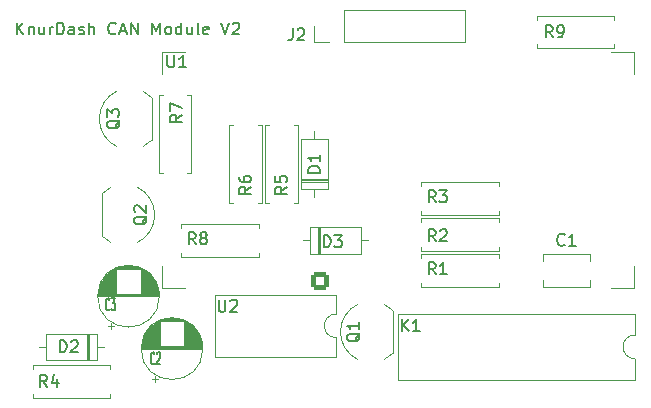
<source format=gbr>
G04 #@! TF.GenerationSoftware,KiCad,Pcbnew,9.0.0*
G04 #@! TF.CreationDate,2025-04-22T10:43:32+02:00*
G04 #@! TF.ProjectId,KnurCAN_V2,4b6e7572-4341-44e5-9f56-322e6b696361,rev?*
G04 #@! TF.SameCoordinates,Original*
G04 #@! TF.FileFunction,Legend,Top*
G04 #@! TF.FilePolarity,Positive*
%FSLAX46Y46*%
G04 Gerber Fmt 4.6, Leading zero omitted, Abs format (unit mm)*
G04 Created by KiCad (PCBNEW 9.0.0) date 2025-04-22 10:43:33*
%MOMM*%
%LPD*%
G01*
G04 APERTURE LIST*
G04 Aperture macros list*
%AMRoundRect*
0 Rectangle with rounded corners*
0 $1 Rounding radius*
0 $2 $3 $4 $5 $6 $7 $8 $9 X,Y pos of 4 corners*
0 Add a 4 corners polygon primitive as box body*
4,1,4,$2,$3,$4,$5,$6,$7,$8,$9,$2,$3,0*
0 Add four circle primitives for the rounded corners*
1,1,$1+$1,$2,$3*
1,1,$1+$1,$4,$5*
1,1,$1+$1,$6,$7*
1,1,$1+$1,$8,$9*
0 Add four rect primitives between the rounded corners*
20,1,$1+$1,$2,$3,$4,$5,0*
20,1,$1+$1,$4,$5,$6,$7,0*
20,1,$1+$1,$6,$7,$8,$9,0*
20,1,$1+$1,$8,$9,$2,$3,0*%
%AMOutline5P*
0 Free polygon, 5 corners , with rotation*
0 The origin of the aperture is its center*
0 number of corners: always 5*
0 $1 to $10 corner X, Y*
0 $11 Rotation angle, in degrees counterclockwise*
0 create outline with 5 corners*
4,1,5,$1,$2,$3,$4,$5,$6,$7,$8,$9,$10,$1,$2,$11*%
%AMOutline6P*
0 Free polygon, 6 corners , with rotation*
0 The origin of the aperture is its center*
0 number of corners: always 6*
0 $1 to $12 corner X, Y*
0 $13 Rotation angle, in degrees counterclockwise*
0 create outline with 6 corners*
4,1,6,$1,$2,$3,$4,$5,$6,$7,$8,$9,$10,$11,$12,$1,$2,$13*%
%AMOutline7P*
0 Free polygon, 7 corners , with rotation*
0 The origin of the aperture is its center*
0 number of corners: always 7*
0 $1 to $14 corner X, Y*
0 $15 Rotation angle, in degrees counterclockwise*
0 create outline with 7 corners*
4,1,7,$1,$2,$3,$4,$5,$6,$7,$8,$9,$10,$11,$12,$13,$14,$1,$2,$15*%
%AMOutline8P*
0 Free polygon, 8 corners , with rotation*
0 The origin of the aperture is its center*
0 number of corners: always 8*
0 $1 to $16 corner X, Y*
0 $17 Rotation angle, in degrees counterclockwise*
0 create outline with 8 corners*
4,1,8,$1,$2,$3,$4,$5,$6,$7,$8,$9,$10,$11,$12,$13,$14,$15,$16,$1,$2,$17*%
G04 Aperture macros list end*
%ADD10C,0.200000*%
%ADD11C,0.150000*%
%ADD12C,0.127000*%
%ADD13C,0.120000*%
%ADD14C,1.600000*%
%ADD15O,1.600000X1.600000*%
%ADD16R,1.500000X1.500000*%
%ADD17C,1.500000*%
%ADD18R,1.700000X1.700000*%
%ADD19O,1.700000X1.700000*%
%ADD20R,1.600000X1.600000*%
%ADD21RoundRect,0.250000X-0.550000X0.550000X-0.550000X-0.550000X0.550000X-0.550000X0.550000X0.550000X0*%
%ADD22Outline8P,-1.600000X0.800000X-0.800000X1.600000X0.800000X1.600000X1.600000X0.800000X1.600000X-0.800000X0.800000X-1.600000X-0.800000X-1.600000X-1.600000X-0.800000X135.000000*%
%ADD23R,2.000000X2.000000*%
%ADD24O,2.000000X2.000000*%
%ADD25R,2.000000X1.700000*%
%ADD26O,2.000000X1.700000*%
G04 APERTURE END LIST*
D10*
X49969673Y-67267219D02*
X49969673Y-66267219D01*
X50541101Y-67267219D02*
X50112530Y-66695790D01*
X50541101Y-66267219D02*
X49969673Y-66838647D01*
X50969673Y-66600552D02*
X50969673Y-67267219D01*
X50969673Y-66695790D02*
X51017292Y-66648171D01*
X51017292Y-66648171D02*
X51112530Y-66600552D01*
X51112530Y-66600552D02*
X51255387Y-66600552D01*
X51255387Y-66600552D02*
X51350625Y-66648171D01*
X51350625Y-66648171D02*
X51398244Y-66743409D01*
X51398244Y-66743409D02*
X51398244Y-67267219D01*
X52303006Y-66600552D02*
X52303006Y-67267219D01*
X51874435Y-66600552D02*
X51874435Y-67124361D01*
X51874435Y-67124361D02*
X51922054Y-67219600D01*
X51922054Y-67219600D02*
X52017292Y-67267219D01*
X52017292Y-67267219D02*
X52160149Y-67267219D01*
X52160149Y-67267219D02*
X52255387Y-67219600D01*
X52255387Y-67219600D02*
X52303006Y-67171980D01*
X52779197Y-67267219D02*
X52779197Y-66600552D01*
X52779197Y-66791028D02*
X52826816Y-66695790D01*
X52826816Y-66695790D02*
X52874435Y-66648171D01*
X52874435Y-66648171D02*
X52969673Y-66600552D01*
X52969673Y-66600552D02*
X53064911Y-66600552D01*
X53398245Y-67267219D02*
X53398245Y-66267219D01*
X53398245Y-66267219D02*
X53636340Y-66267219D01*
X53636340Y-66267219D02*
X53779197Y-66314838D01*
X53779197Y-66314838D02*
X53874435Y-66410076D01*
X53874435Y-66410076D02*
X53922054Y-66505314D01*
X53922054Y-66505314D02*
X53969673Y-66695790D01*
X53969673Y-66695790D02*
X53969673Y-66838647D01*
X53969673Y-66838647D02*
X53922054Y-67029123D01*
X53922054Y-67029123D02*
X53874435Y-67124361D01*
X53874435Y-67124361D02*
X53779197Y-67219600D01*
X53779197Y-67219600D02*
X53636340Y-67267219D01*
X53636340Y-67267219D02*
X53398245Y-67267219D01*
X54826816Y-67267219D02*
X54826816Y-66743409D01*
X54826816Y-66743409D02*
X54779197Y-66648171D01*
X54779197Y-66648171D02*
X54683959Y-66600552D01*
X54683959Y-66600552D02*
X54493483Y-66600552D01*
X54493483Y-66600552D02*
X54398245Y-66648171D01*
X54826816Y-67219600D02*
X54731578Y-67267219D01*
X54731578Y-67267219D02*
X54493483Y-67267219D01*
X54493483Y-67267219D02*
X54398245Y-67219600D01*
X54398245Y-67219600D02*
X54350626Y-67124361D01*
X54350626Y-67124361D02*
X54350626Y-67029123D01*
X54350626Y-67029123D02*
X54398245Y-66933885D01*
X54398245Y-66933885D02*
X54493483Y-66886266D01*
X54493483Y-66886266D02*
X54731578Y-66886266D01*
X54731578Y-66886266D02*
X54826816Y-66838647D01*
X55255388Y-67219600D02*
X55350626Y-67267219D01*
X55350626Y-67267219D02*
X55541102Y-67267219D01*
X55541102Y-67267219D02*
X55636340Y-67219600D01*
X55636340Y-67219600D02*
X55683959Y-67124361D01*
X55683959Y-67124361D02*
X55683959Y-67076742D01*
X55683959Y-67076742D02*
X55636340Y-66981504D01*
X55636340Y-66981504D02*
X55541102Y-66933885D01*
X55541102Y-66933885D02*
X55398245Y-66933885D01*
X55398245Y-66933885D02*
X55303007Y-66886266D01*
X55303007Y-66886266D02*
X55255388Y-66791028D01*
X55255388Y-66791028D02*
X55255388Y-66743409D01*
X55255388Y-66743409D02*
X55303007Y-66648171D01*
X55303007Y-66648171D02*
X55398245Y-66600552D01*
X55398245Y-66600552D02*
X55541102Y-66600552D01*
X55541102Y-66600552D02*
X55636340Y-66648171D01*
X56112531Y-67267219D02*
X56112531Y-66267219D01*
X56541102Y-67267219D02*
X56541102Y-66743409D01*
X56541102Y-66743409D02*
X56493483Y-66648171D01*
X56493483Y-66648171D02*
X56398245Y-66600552D01*
X56398245Y-66600552D02*
X56255388Y-66600552D01*
X56255388Y-66600552D02*
X56160150Y-66648171D01*
X56160150Y-66648171D02*
X56112531Y-66695790D01*
X58350626Y-67171980D02*
X58303007Y-67219600D01*
X58303007Y-67219600D02*
X58160150Y-67267219D01*
X58160150Y-67267219D02*
X58064912Y-67267219D01*
X58064912Y-67267219D02*
X57922055Y-67219600D01*
X57922055Y-67219600D02*
X57826817Y-67124361D01*
X57826817Y-67124361D02*
X57779198Y-67029123D01*
X57779198Y-67029123D02*
X57731579Y-66838647D01*
X57731579Y-66838647D02*
X57731579Y-66695790D01*
X57731579Y-66695790D02*
X57779198Y-66505314D01*
X57779198Y-66505314D02*
X57826817Y-66410076D01*
X57826817Y-66410076D02*
X57922055Y-66314838D01*
X57922055Y-66314838D02*
X58064912Y-66267219D01*
X58064912Y-66267219D02*
X58160150Y-66267219D01*
X58160150Y-66267219D02*
X58303007Y-66314838D01*
X58303007Y-66314838D02*
X58350626Y-66362457D01*
X58731579Y-66981504D02*
X59207769Y-66981504D01*
X58636341Y-67267219D02*
X58969674Y-66267219D01*
X58969674Y-66267219D02*
X59303007Y-67267219D01*
X59636341Y-67267219D02*
X59636341Y-66267219D01*
X59636341Y-66267219D02*
X60207769Y-67267219D01*
X60207769Y-67267219D02*
X60207769Y-66267219D01*
X61445865Y-67267219D02*
X61445865Y-66267219D01*
X61445865Y-66267219D02*
X61779198Y-66981504D01*
X61779198Y-66981504D02*
X62112531Y-66267219D01*
X62112531Y-66267219D02*
X62112531Y-67267219D01*
X62731579Y-67267219D02*
X62636341Y-67219600D01*
X62636341Y-67219600D02*
X62588722Y-67171980D01*
X62588722Y-67171980D02*
X62541103Y-67076742D01*
X62541103Y-67076742D02*
X62541103Y-66791028D01*
X62541103Y-66791028D02*
X62588722Y-66695790D01*
X62588722Y-66695790D02*
X62636341Y-66648171D01*
X62636341Y-66648171D02*
X62731579Y-66600552D01*
X62731579Y-66600552D02*
X62874436Y-66600552D01*
X62874436Y-66600552D02*
X62969674Y-66648171D01*
X62969674Y-66648171D02*
X63017293Y-66695790D01*
X63017293Y-66695790D02*
X63064912Y-66791028D01*
X63064912Y-66791028D02*
X63064912Y-67076742D01*
X63064912Y-67076742D02*
X63017293Y-67171980D01*
X63017293Y-67171980D02*
X62969674Y-67219600D01*
X62969674Y-67219600D02*
X62874436Y-67267219D01*
X62874436Y-67267219D02*
X62731579Y-67267219D01*
X63922055Y-67267219D02*
X63922055Y-66267219D01*
X63922055Y-67219600D02*
X63826817Y-67267219D01*
X63826817Y-67267219D02*
X63636341Y-67267219D01*
X63636341Y-67267219D02*
X63541103Y-67219600D01*
X63541103Y-67219600D02*
X63493484Y-67171980D01*
X63493484Y-67171980D02*
X63445865Y-67076742D01*
X63445865Y-67076742D02*
X63445865Y-66791028D01*
X63445865Y-66791028D02*
X63493484Y-66695790D01*
X63493484Y-66695790D02*
X63541103Y-66648171D01*
X63541103Y-66648171D02*
X63636341Y-66600552D01*
X63636341Y-66600552D02*
X63826817Y-66600552D01*
X63826817Y-66600552D02*
X63922055Y-66648171D01*
X64826817Y-66600552D02*
X64826817Y-67267219D01*
X64398246Y-66600552D02*
X64398246Y-67124361D01*
X64398246Y-67124361D02*
X64445865Y-67219600D01*
X64445865Y-67219600D02*
X64541103Y-67267219D01*
X64541103Y-67267219D02*
X64683960Y-67267219D01*
X64683960Y-67267219D02*
X64779198Y-67219600D01*
X64779198Y-67219600D02*
X64826817Y-67171980D01*
X65445865Y-67267219D02*
X65350627Y-67219600D01*
X65350627Y-67219600D02*
X65303008Y-67124361D01*
X65303008Y-67124361D02*
X65303008Y-66267219D01*
X66207770Y-67219600D02*
X66112532Y-67267219D01*
X66112532Y-67267219D02*
X65922056Y-67267219D01*
X65922056Y-67267219D02*
X65826818Y-67219600D01*
X65826818Y-67219600D02*
X65779199Y-67124361D01*
X65779199Y-67124361D02*
X65779199Y-66743409D01*
X65779199Y-66743409D02*
X65826818Y-66648171D01*
X65826818Y-66648171D02*
X65922056Y-66600552D01*
X65922056Y-66600552D02*
X66112532Y-66600552D01*
X66112532Y-66600552D02*
X66207770Y-66648171D01*
X66207770Y-66648171D02*
X66255389Y-66743409D01*
X66255389Y-66743409D02*
X66255389Y-66838647D01*
X66255389Y-66838647D02*
X65779199Y-66933885D01*
X67303009Y-66267219D02*
X67636342Y-67267219D01*
X67636342Y-67267219D02*
X67969675Y-66267219D01*
X68255390Y-66362457D02*
X68303009Y-66314838D01*
X68303009Y-66314838D02*
X68398247Y-66267219D01*
X68398247Y-66267219D02*
X68636342Y-66267219D01*
X68636342Y-66267219D02*
X68731580Y-66314838D01*
X68731580Y-66314838D02*
X68779199Y-66362457D01*
X68779199Y-66362457D02*
X68826818Y-66457695D01*
X68826818Y-66457695D02*
X68826818Y-66552933D01*
X68826818Y-66552933D02*
X68779199Y-66695790D01*
X68779199Y-66695790D02*
X68207771Y-67267219D01*
X68207771Y-67267219D02*
X68826818Y-67267219D01*
D11*
X85431333Y-84782819D02*
X85098000Y-84306628D01*
X84859905Y-84782819D02*
X84859905Y-83782819D01*
X84859905Y-83782819D02*
X85240857Y-83782819D01*
X85240857Y-83782819D02*
X85336095Y-83830438D01*
X85336095Y-83830438D02*
X85383714Y-83878057D01*
X85383714Y-83878057D02*
X85431333Y-83973295D01*
X85431333Y-83973295D02*
X85431333Y-84116152D01*
X85431333Y-84116152D02*
X85383714Y-84211390D01*
X85383714Y-84211390D02*
X85336095Y-84259009D01*
X85336095Y-84259009D02*
X85240857Y-84306628D01*
X85240857Y-84306628D02*
X84859905Y-84306628D01*
X85812286Y-83878057D02*
X85859905Y-83830438D01*
X85859905Y-83830438D02*
X85955143Y-83782819D01*
X85955143Y-83782819D02*
X86193238Y-83782819D01*
X86193238Y-83782819D02*
X86288476Y-83830438D01*
X86288476Y-83830438D02*
X86336095Y-83878057D01*
X86336095Y-83878057D02*
X86383714Y-83973295D01*
X86383714Y-83973295D02*
X86383714Y-84068533D01*
X86383714Y-84068533D02*
X86336095Y-84211390D01*
X86336095Y-84211390D02*
X85764667Y-84782819D01*
X85764667Y-84782819D02*
X86383714Y-84782819D01*
X85431333Y-87576819D02*
X85098000Y-87100628D01*
X84859905Y-87576819D02*
X84859905Y-86576819D01*
X84859905Y-86576819D02*
X85240857Y-86576819D01*
X85240857Y-86576819D02*
X85336095Y-86624438D01*
X85336095Y-86624438D02*
X85383714Y-86672057D01*
X85383714Y-86672057D02*
X85431333Y-86767295D01*
X85431333Y-86767295D02*
X85431333Y-86910152D01*
X85431333Y-86910152D02*
X85383714Y-87005390D01*
X85383714Y-87005390D02*
X85336095Y-87053009D01*
X85336095Y-87053009D02*
X85240857Y-87100628D01*
X85240857Y-87100628D02*
X84859905Y-87100628D01*
X86383714Y-87576819D02*
X85812286Y-87576819D01*
X86098000Y-87576819D02*
X86098000Y-86576819D01*
X86098000Y-86576819D02*
X86002762Y-86719676D01*
X86002762Y-86719676D02*
X85907524Y-86814914D01*
X85907524Y-86814914D02*
X85812286Y-86862533D01*
X58716057Y-74517238D02*
X58668438Y-74612476D01*
X58668438Y-74612476D02*
X58573200Y-74707714D01*
X58573200Y-74707714D02*
X58430342Y-74850571D01*
X58430342Y-74850571D02*
X58382723Y-74945809D01*
X58382723Y-74945809D02*
X58382723Y-75041047D01*
X58620819Y-74993428D02*
X58573200Y-75088666D01*
X58573200Y-75088666D02*
X58477961Y-75183904D01*
X58477961Y-75183904D02*
X58287485Y-75231523D01*
X58287485Y-75231523D02*
X57954152Y-75231523D01*
X57954152Y-75231523D02*
X57763676Y-75183904D01*
X57763676Y-75183904D02*
X57668438Y-75088666D01*
X57668438Y-75088666D02*
X57620819Y-74993428D01*
X57620819Y-74993428D02*
X57620819Y-74802952D01*
X57620819Y-74802952D02*
X57668438Y-74707714D01*
X57668438Y-74707714D02*
X57763676Y-74612476D01*
X57763676Y-74612476D02*
X57954152Y-74564857D01*
X57954152Y-74564857D02*
X58287485Y-74564857D01*
X58287485Y-74564857D02*
X58477961Y-74612476D01*
X58477961Y-74612476D02*
X58573200Y-74707714D01*
X58573200Y-74707714D02*
X58620819Y-74802952D01*
X58620819Y-74802952D02*
X58620819Y-74993428D01*
X57620819Y-74231523D02*
X57620819Y-73612476D01*
X57620819Y-73612476D02*
X58001771Y-73945809D01*
X58001771Y-73945809D02*
X58001771Y-73802952D01*
X58001771Y-73802952D02*
X58049390Y-73707714D01*
X58049390Y-73707714D02*
X58097009Y-73660095D01*
X58097009Y-73660095D02*
X58192247Y-73612476D01*
X58192247Y-73612476D02*
X58430342Y-73612476D01*
X58430342Y-73612476D02*
X58525580Y-73660095D01*
X58525580Y-73660095D02*
X58573200Y-73707714D01*
X58573200Y-73707714D02*
X58620819Y-73802952D01*
X58620819Y-73802952D02*
X58620819Y-74088666D01*
X58620819Y-74088666D02*
X58573200Y-74183904D01*
X58573200Y-74183904D02*
X58525580Y-74231523D01*
X73326666Y-66764819D02*
X73326666Y-67479104D01*
X73326666Y-67479104D02*
X73279047Y-67621961D01*
X73279047Y-67621961D02*
X73183809Y-67717200D01*
X73183809Y-67717200D02*
X73040952Y-67764819D01*
X73040952Y-67764819D02*
X72945714Y-67764819D01*
X73755238Y-66860057D02*
X73802857Y-66812438D01*
X73802857Y-66812438D02*
X73898095Y-66764819D01*
X73898095Y-66764819D02*
X74136190Y-66764819D01*
X74136190Y-66764819D02*
X74231428Y-66812438D01*
X74231428Y-66812438D02*
X74279047Y-66860057D01*
X74279047Y-66860057D02*
X74326666Y-66955295D01*
X74326666Y-66955295D02*
X74326666Y-67050533D01*
X74326666Y-67050533D02*
X74279047Y-67193390D01*
X74279047Y-67193390D02*
X73707619Y-67764819D01*
X73707619Y-67764819D02*
X74326666Y-67764819D01*
X52538333Y-97101819D02*
X52205000Y-96625628D01*
X51966905Y-97101819D02*
X51966905Y-96101819D01*
X51966905Y-96101819D02*
X52347857Y-96101819D01*
X52347857Y-96101819D02*
X52443095Y-96149438D01*
X52443095Y-96149438D02*
X52490714Y-96197057D01*
X52490714Y-96197057D02*
X52538333Y-96292295D01*
X52538333Y-96292295D02*
X52538333Y-96435152D01*
X52538333Y-96435152D02*
X52490714Y-96530390D01*
X52490714Y-96530390D02*
X52443095Y-96578009D01*
X52443095Y-96578009D02*
X52347857Y-96625628D01*
X52347857Y-96625628D02*
X51966905Y-96625628D01*
X53395476Y-96435152D02*
X53395476Y-97101819D01*
X53157381Y-96054200D02*
X52919286Y-96768485D01*
X52919286Y-96768485D02*
X53538333Y-96768485D01*
D12*
X57827333Y-90530776D02*
X57803142Y-90578396D01*
X57803142Y-90578396D02*
X57730571Y-90626015D01*
X57730571Y-90626015D02*
X57682190Y-90626015D01*
X57682190Y-90626015D02*
X57609618Y-90578396D01*
X57609618Y-90578396D02*
X57561237Y-90483157D01*
X57561237Y-90483157D02*
X57537047Y-90387919D01*
X57537047Y-90387919D02*
X57512856Y-90197443D01*
X57512856Y-90197443D02*
X57512856Y-90054586D01*
X57512856Y-90054586D02*
X57537047Y-89864110D01*
X57537047Y-89864110D02*
X57561237Y-89768872D01*
X57561237Y-89768872D02*
X57609618Y-89673634D01*
X57609618Y-89673634D02*
X57682190Y-89626015D01*
X57682190Y-89626015D02*
X57730571Y-89626015D01*
X57730571Y-89626015D02*
X57803142Y-89673634D01*
X57803142Y-89673634D02*
X57827333Y-89721253D01*
X57996666Y-89626015D02*
X58311142Y-89626015D01*
X58311142Y-89626015D02*
X58141809Y-90006967D01*
X58141809Y-90006967D02*
X58214380Y-90006967D01*
X58214380Y-90006967D02*
X58262761Y-90054586D01*
X58262761Y-90054586D02*
X58286952Y-90102205D01*
X58286952Y-90102205D02*
X58311142Y-90197443D01*
X58311142Y-90197443D02*
X58311142Y-90435538D01*
X58311142Y-90435538D02*
X58286952Y-90530776D01*
X58286952Y-90530776D02*
X58262761Y-90578396D01*
X58262761Y-90578396D02*
X58214380Y-90626015D01*
X58214380Y-90626015D02*
X58069237Y-90626015D01*
X58069237Y-90626015D02*
X58020856Y-90578396D01*
X58020856Y-90578396D02*
X57996666Y-90530776D01*
D11*
X67063095Y-89746819D02*
X67063095Y-90556342D01*
X67063095Y-90556342D02*
X67110714Y-90651580D01*
X67110714Y-90651580D02*
X67158333Y-90699200D01*
X67158333Y-90699200D02*
X67253571Y-90746819D01*
X67253571Y-90746819D02*
X67444047Y-90746819D01*
X67444047Y-90746819D02*
X67539285Y-90699200D01*
X67539285Y-90699200D02*
X67586904Y-90651580D01*
X67586904Y-90651580D02*
X67634523Y-90556342D01*
X67634523Y-90556342D02*
X67634523Y-89746819D01*
X68063095Y-89842057D02*
X68110714Y-89794438D01*
X68110714Y-89794438D02*
X68205952Y-89746819D01*
X68205952Y-89746819D02*
X68444047Y-89746819D01*
X68444047Y-89746819D02*
X68539285Y-89794438D01*
X68539285Y-89794438D02*
X68586904Y-89842057D01*
X68586904Y-89842057D02*
X68634523Y-89937295D01*
X68634523Y-89937295D02*
X68634523Y-90032533D01*
X68634523Y-90032533D02*
X68586904Y-90175390D01*
X68586904Y-90175390D02*
X68015476Y-90746819D01*
X68015476Y-90746819D02*
X68634523Y-90746819D01*
X53617905Y-94180819D02*
X53617905Y-93180819D01*
X53617905Y-93180819D02*
X53856000Y-93180819D01*
X53856000Y-93180819D02*
X53998857Y-93228438D01*
X53998857Y-93228438D02*
X54094095Y-93323676D01*
X54094095Y-93323676D02*
X54141714Y-93418914D01*
X54141714Y-93418914D02*
X54189333Y-93609390D01*
X54189333Y-93609390D02*
X54189333Y-93752247D01*
X54189333Y-93752247D02*
X54141714Y-93942723D01*
X54141714Y-93942723D02*
X54094095Y-94037961D01*
X54094095Y-94037961D02*
X53998857Y-94133200D01*
X53998857Y-94133200D02*
X53856000Y-94180819D01*
X53856000Y-94180819D02*
X53617905Y-94180819D01*
X54570286Y-93276057D02*
X54617905Y-93228438D01*
X54617905Y-93228438D02*
X54713143Y-93180819D01*
X54713143Y-93180819D02*
X54951238Y-93180819D01*
X54951238Y-93180819D02*
X55046476Y-93228438D01*
X55046476Y-93228438D02*
X55094095Y-93276057D01*
X55094095Y-93276057D02*
X55141714Y-93371295D01*
X55141714Y-93371295D02*
X55141714Y-93466533D01*
X55141714Y-93466533D02*
X55094095Y-93609390D01*
X55094095Y-93609390D02*
X54522667Y-94180819D01*
X54522667Y-94180819D02*
X55141714Y-94180819D01*
X63954819Y-74080666D02*
X63478628Y-74413999D01*
X63954819Y-74652094D02*
X62954819Y-74652094D01*
X62954819Y-74652094D02*
X62954819Y-74271142D01*
X62954819Y-74271142D02*
X63002438Y-74175904D01*
X63002438Y-74175904D02*
X63050057Y-74128285D01*
X63050057Y-74128285D02*
X63145295Y-74080666D01*
X63145295Y-74080666D02*
X63288152Y-74080666D01*
X63288152Y-74080666D02*
X63383390Y-74128285D01*
X63383390Y-74128285D02*
X63431009Y-74175904D01*
X63431009Y-74175904D02*
X63478628Y-74271142D01*
X63478628Y-74271142D02*
X63478628Y-74652094D01*
X62954819Y-73747332D02*
X62954819Y-73080666D01*
X62954819Y-73080666D02*
X63954819Y-73509237D01*
X82573905Y-92402819D02*
X82573905Y-91402819D01*
X83145333Y-92402819D02*
X82716762Y-91831390D01*
X83145333Y-91402819D02*
X82573905Y-91974247D01*
X84097714Y-92402819D02*
X83526286Y-92402819D01*
X83812000Y-92402819D02*
X83812000Y-91402819D01*
X83812000Y-91402819D02*
X83716762Y-91545676D01*
X83716762Y-91545676D02*
X83621524Y-91640914D01*
X83621524Y-91640914D02*
X83526286Y-91688533D01*
X96353333Y-85058580D02*
X96305714Y-85106200D01*
X96305714Y-85106200D02*
X96162857Y-85153819D01*
X96162857Y-85153819D02*
X96067619Y-85153819D01*
X96067619Y-85153819D02*
X95924762Y-85106200D01*
X95924762Y-85106200D02*
X95829524Y-85010961D01*
X95829524Y-85010961D02*
X95781905Y-84915723D01*
X95781905Y-84915723D02*
X95734286Y-84725247D01*
X95734286Y-84725247D02*
X95734286Y-84582390D01*
X95734286Y-84582390D02*
X95781905Y-84391914D01*
X95781905Y-84391914D02*
X95829524Y-84296676D01*
X95829524Y-84296676D02*
X95924762Y-84201438D01*
X95924762Y-84201438D02*
X96067619Y-84153819D01*
X96067619Y-84153819D02*
X96162857Y-84153819D01*
X96162857Y-84153819D02*
X96305714Y-84201438D01*
X96305714Y-84201438D02*
X96353333Y-84249057D01*
X97305714Y-85153819D02*
X96734286Y-85153819D01*
X97020000Y-85153819D02*
X97020000Y-84153819D01*
X97020000Y-84153819D02*
X96924762Y-84296676D01*
X96924762Y-84296676D02*
X96829524Y-84391914D01*
X96829524Y-84391914D02*
X96734286Y-84439533D01*
X69796819Y-80176666D02*
X69320628Y-80509999D01*
X69796819Y-80748094D02*
X68796819Y-80748094D01*
X68796819Y-80748094D02*
X68796819Y-80367142D01*
X68796819Y-80367142D02*
X68844438Y-80271904D01*
X68844438Y-80271904D02*
X68892057Y-80224285D01*
X68892057Y-80224285D02*
X68987295Y-80176666D01*
X68987295Y-80176666D02*
X69130152Y-80176666D01*
X69130152Y-80176666D02*
X69225390Y-80224285D01*
X69225390Y-80224285D02*
X69273009Y-80271904D01*
X69273009Y-80271904D02*
X69320628Y-80367142D01*
X69320628Y-80367142D02*
X69320628Y-80748094D01*
X68796819Y-79319523D02*
X68796819Y-79509999D01*
X68796819Y-79509999D02*
X68844438Y-79605237D01*
X68844438Y-79605237D02*
X68892057Y-79652856D01*
X68892057Y-79652856D02*
X69034914Y-79748094D01*
X69034914Y-79748094D02*
X69225390Y-79795713D01*
X69225390Y-79795713D02*
X69606342Y-79795713D01*
X69606342Y-79795713D02*
X69701580Y-79748094D01*
X69701580Y-79748094D02*
X69749200Y-79700475D01*
X69749200Y-79700475D02*
X69796819Y-79605237D01*
X69796819Y-79605237D02*
X69796819Y-79414761D01*
X69796819Y-79414761D02*
X69749200Y-79319523D01*
X69749200Y-79319523D02*
X69701580Y-79271904D01*
X69701580Y-79271904D02*
X69606342Y-79224285D01*
X69606342Y-79224285D02*
X69368247Y-79224285D01*
X69368247Y-79224285D02*
X69273009Y-79271904D01*
X69273009Y-79271904D02*
X69225390Y-79319523D01*
X69225390Y-79319523D02*
X69177771Y-79414761D01*
X69177771Y-79414761D02*
X69177771Y-79605237D01*
X69177771Y-79605237D02*
X69225390Y-79700475D01*
X69225390Y-79700475D02*
X69273009Y-79748094D01*
X69273009Y-79748094D02*
X69368247Y-79795713D01*
X75638819Y-78970094D02*
X74638819Y-78970094D01*
X74638819Y-78970094D02*
X74638819Y-78731999D01*
X74638819Y-78731999D02*
X74686438Y-78589142D01*
X74686438Y-78589142D02*
X74781676Y-78493904D01*
X74781676Y-78493904D02*
X74876914Y-78446285D01*
X74876914Y-78446285D02*
X75067390Y-78398666D01*
X75067390Y-78398666D02*
X75210247Y-78398666D01*
X75210247Y-78398666D02*
X75400723Y-78446285D01*
X75400723Y-78446285D02*
X75495961Y-78493904D01*
X75495961Y-78493904D02*
X75591200Y-78589142D01*
X75591200Y-78589142D02*
X75638819Y-78731999D01*
X75638819Y-78731999D02*
X75638819Y-78970094D01*
X75638819Y-77446285D02*
X75638819Y-78017713D01*
X75638819Y-77731999D02*
X74638819Y-77731999D01*
X74638819Y-77731999D02*
X74781676Y-77827237D01*
X74781676Y-77827237D02*
X74876914Y-77922475D01*
X74876914Y-77922475D02*
X74924533Y-78017713D01*
X61002057Y-82645238D02*
X60954438Y-82740476D01*
X60954438Y-82740476D02*
X60859200Y-82835714D01*
X60859200Y-82835714D02*
X60716342Y-82978571D01*
X60716342Y-82978571D02*
X60668723Y-83073809D01*
X60668723Y-83073809D02*
X60668723Y-83169047D01*
X60906819Y-83121428D02*
X60859200Y-83216666D01*
X60859200Y-83216666D02*
X60763961Y-83311904D01*
X60763961Y-83311904D02*
X60573485Y-83359523D01*
X60573485Y-83359523D02*
X60240152Y-83359523D01*
X60240152Y-83359523D02*
X60049676Y-83311904D01*
X60049676Y-83311904D02*
X59954438Y-83216666D01*
X59954438Y-83216666D02*
X59906819Y-83121428D01*
X59906819Y-83121428D02*
X59906819Y-82930952D01*
X59906819Y-82930952D02*
X59954438Y-82835714D01*
X59954438Y-82835714D02*
X60049676Y-82740476D01*
X60049676Y-82740476D02*
X60240152Y-82692857D01*
X60240152Y-82692857D02*
X60573485Y-82692857D01*
X60573485Y-82692857D02*
X60763961Y-82740476D01*
X60763961Y-82740476D02*
X60859200Y-82835714D01*
X60859200Y-82835714D02*
X60906819Y-82930952D01*
X60906819Y-82930952D02*
X60906819Y-83121428D01*
X60002057Y-82311904D02*
X59954438Y-82264285D01*
X59954438Y-82264285D02*
X59906819Y-82169047D01*
X59906819Y-82169047D02*
X59906819Y-81930952D01*
X59906819Y-81930952D02*
X59954438Y-81835714D01*
X59954438Y-81835714D02*
X60002057Y-81788095D01*
X60002057Y-81788095D02*
X60097295Y-81740476D01*
X60097295Y-81740476D02*
X60192533Y-81740476D01*
X60192533Y-81740476D02*
X60335390Y-81788095D01*
X60335390Y-81788095D02*
X60906819Y-82359523D01*
X60906819Y-82359523D02*
X60906819Y-81740476D01*
X65111333Y-85036819D02*
X64778000Y-84560628D01*
X64539905Y-85036819D02*
X64539905Y-84036819D01*
X64539905Y-84036819D02*
X64920857Y-84036819D01*
X64920857Y-84036819D02*
X65016095Y-84084438D01*
X65016095Y-84084438D02*
X65063714Y-84132057D01*
X65063714Y-84132057D02*
X65111333Y-84227295D01*
X65111333Y-84227295D02*
X65111333Y-84370152D01*
X65111333Y-84370152D02*
X65063714Y-84465390D01*
X65063714Y-84465390D02*
X65016095Y-84513009D01*
X65016095Y-84513009D02*
X64920857Y-84560628D01*
X64920857Y-84560628D02*
X64539905Y-84560628D01*
X65682762Y-84465390D02*
X65587524Y-84417771D01*
X65587524Y-84417771D02*
X65539905Y-84370152D01*
X65539905Y-84370152D02*
X65492286Y-84274914D01*
X65492286Y-84274914D02*
X65492286Y-84227295D01*
X65492286Y-84227295D02*
X65539905Y-84132057D01*
X65539905Y-84132057D02*
X65587524Y-84084438D01*
X65587524Y-84084438D02*
X65682762Y-84036819D01*
X65682762Y-84036819D02*
X65873238Y-84036819D01*
X65873238Y-84036819D02*
X65968476Y-84084438D01*
X65968476Y-84084438D02*
X66016095Y-84132057D01*
X66016095Y-84132057D02*
X66063714Y-84227295D01*
X66063714Y-84227295D02*
X66063714Y-84274914D01*
X66063714Y-84274914D02*
X66016095Y-84370152D01*
X66016095Y-84370152D02*
X65968476Y-84417771D01*
X65968476Y-84417771D02*
X65873238Y-84465390D01*
X65873238Y-84465390D02*
X65682762Y-84465390D01*
X65682762Y-84465390D02*
X65587524Y-84513009D01*
X65587524Y-84513009D02*
X65539905Y-84560628D01*
X65539905Y-84560628D02*
X65492286Y-84655866D01*
X65492286Y-84655866D02*
X65492286Y-84846342D01*
X65492286Y-84846342D02*
X65539905Y-84941580D01*
X65539905Y-84941580D02*
X65587524Y-84989200D01*
X65587524Y-84989200D02*
X65682762Y-85036819D01*
X65682762Y-85036819D02*
X65873238Y-85036819D01*
X65873238Y-85036819D02*
X65968476Y-84989200D01*
X65968476Y-84989200D02*
X66016095Y-84941580D01*
X66016095Y-84941580D02*
X66063714Y-84846342D01*
X66063714Y-84846342D02*
X66063714Y-84655866D01*
X66063714Y-84655866D02*
X66016095Y-84560628D01*
X66016095Y-84560628D02*
X65968476Y-84513009D01*
X65968476Y-84513009D02*
X65873238Y-84465390D01*
D12*
X61637333Y-95102776D02*
X61613142Y-95150396D01*
X61613142Y-95150396D02*
X61540571Y-95198015D01*
X61540571Y-95198015D02*
X61492190Y-95198015D01*
X61492190Y-95198015D02*
X61419618Y-95150396D01*
X61419618Y-95150396D02*
X61371237Y-95055157D01*
X61371237Y-95055157D02*
X61347047Y-94959919D01*
X61347047Y-94959919D02*
X61322856Y-94769443D01*
X61322856Y-94769443D02*
X61322856Y-94626586D01*
X61322856Y-94626586D02*
X61347047Y-94436110D01*
X61347047Y-94436110D02*
X61371237Y-94340872D01*
X61371237Y-94340872D02*
X61419618Y-94245634D01*
X61419618Y-94245634D02*
X61492190Y-94198015D01*
X61492190Y-94198015D02*
X61540571Y-94198015D01*
X61540571Y-94198015D02*
X61613142Y-94245634D01*
X61613142Y-94245634D02*
X61637333Y-94293253D01*
X61830856Y-94293253D02*
X61855047Y-94245634D01*
X61855047Y-94245634D02*
X61903428Y-94198015D01*
X61903428Y-94198015D02*
X62024380Y-94198015D01*
X62024380Y-94198015D02*
X62072761Y-94245634D01*
X62072761Y-94245634D02*
X62096952Y-94293253D01*
X62096952Y-94293253D02*
X62121142Y-94388491D01*
X62121142Y-94388491D02*
X62121142Y-94483729D01*
X62121142Y-94483729D02*
X62096952Y-94626586D01*
X62096952Y-94626586D02*
X61806666Y-95198015D01*
X61806666Y-95198015D02*
X62121142Y-95198015D01*
D11*
X95337333Y-67510819D02*
X95004000Y-67034628D01*
X94765905Y-67510819D02*
X94765905Y-66510819D01*
X94765905Y-66510819D02*
X95146857Y-66510819D01*
X95146857Y-66510819D02*
X95242095Y-66558438D01*
X95242095Y-66558438D02*
X95289714Y-66606057D01*
X95289714Y-66606057D02*
X95337333Y-66701295D01*
X95337333Y-66701295D02*
X95337333Y-66844152D01*
X95337333Y-66844152D02*
X95289714Y-66939390D01*
X95289714Y-66939390D02*
X95242095Y-66987009D01*
X95242095Y-66987009D02*
X95146857Y-67034628D01*
X95146857Y-67034628D02*
X94765905Y-67034628D01*
X95813524Y-67510819D02*
X96004000Y-67510819D01*
X96004000Y-67510819D02*
X96099238Y-67463200D01*
X96099238Y-67463200D02*
X96146857Y-67415580D01*
X96146857Y-67415580D02*
X96242095Y-67272723D01*
X96242095Y-67272723D02*
X96289714Y-67082247D01*
X96289714Y-67082247D02*
X96289714Y-66701295D01*
X96289714Y-66701295D02*
X96242095Y-66606057D01*
X96242095Y-66606057D02*
X96194476Y-66558438D01*
X96194476Y-66558438D02*
X96099238Y-66510819D01*
X96099238Y-66510819D02*
X95908762Y-66510819D01*
X95908762Y-66510819D02*
X95813524Y-66558438D01*
X95813524Y-66558438D02*
X95765905Y-66606057D01*
X95765905Y-66606057D02*
X95718286Y-66701295D01*
X95718286Y-66701295D02*
X95718286Y-66939390D01*
X95718286Y-66939390D02*
X95765905Y-67034628D01*
X95765905Y-67034628D02*
X95813524Y-67082247D01*
X95813524Y-67082247D02*
X95908762Y-67129866D01*
X95908762Y-67129866D02*
X96099238Y-67129866D01*
X96099238Y-67129866D02*
X96194476Y-67082247D01*
X96194476Y-67082247D02*
X96242095Y-67034628D01*
X96242095Y-67034628D02*
X96289714Y-66939390D01*
X72844819Y-80176666D02*
X72368628Y-80509999D01*
X72844819Y-80748094D02*
X71844819Y-80748094D01*
X71844819Y-80748094D02*
X71844819Y-80367142D01*
X71844819Y-80367142D02*
X71892438Y-80271904D01*
X71892438Y-80271904D02*
X71940057Y-80224285D01*
X71940057Y-80224285D02*
X72035295Y-80176666D01*
X72035295Y-80176666D02*
X72178152Y-80176666D01*
X72178152Y-80176666D02*
X72273390Y-80224285D01*
X72273390Y-80224285D02*
X72321009Y-80271904D01*
X72321009Y-80271904D02*
X72368628Y-80367142D01*
X72368628Y-80367142D02*
X72368628Y-80748094D01*
X71844819Y-79271904D02*
X71844819Y-79748094D01*
X71844819Y-79748094D02*
X72321009Y-79795713D01*
X72321009Y-79795713D02*
X72273390Y-79748094D01*
X72273390Y-79748094D02*
X72225771Y-79652856D01*
X72225771Y-79652856D02*
X72225771Y-79414761D01*
X72225771Y-79414761D02*
X72273390Y-79319523D01*
X72273390Y-79319523D02*
X72321009Y-79271904D01*
X72321009Y-79271904D02*
X72416247Y-79224285D01*
X72416247Y-79224285D02*
X72654342Y-79224285D01*
X72654342Y-79224285D02*
X72749580Y-79271904D01*
X72749580Y-79271904D02*
X72797200Y-79319523D01*
X72797200Y-79319523D02*
X72844819Y-79414761D01*
X72844819Y-79414761D02*
X72844819Y-79652856D01*
X72844819Y-79652856D02*
X72797200Y-79748094D01*
X72797200Y-79748094D02*
X72749580Y-79795713D01*
X85431333Y-81480819D02*
X85098000Y-81004628D01*
X84859905Y-81480819D02*
X84859905Y-80480819D01*
X84859905Y-80480819D02*
X85240857Y-80480819D01*
X85240857Y-80480819D02*
X85336095Y-80528438D01*
X85336095Y-80528438D02*
X85383714Y-80576057D01*
X85383714Y-80576057D02*
X85431333Y-80671295D01*
X85431333Y-80671295D02*
X85431333Y-80814152D01*
X85431333Y-80814152D02*
X85383714Y-80909390D01*
X85383714Y-80909390D02*
X85336095Y-80957009D01*
X85336095Y-80957009D02*
X85240857Y-81004628D01*
X85240857Y-81004628D02*
X84859905Y-81004628D01*
X85764667Y-80480819D02*
X86383714Y-80480819D01*
X86383714Y-80480819D02*
X86050381Y-80861771D01*
X86050381Y-80861771D02*
X86193238Y-80861771D01*
X86193238Y-80861771D02*
X86288476Y-80909390D01*
X86288476Y-80909390D02*
X86336095Y-80957009D01*
X86336095Y-80957009D02*
X86383714Y-81052247D01*
X86383714Y-81052247D02*
X86383714Y-81290342D01*
X86383714Y-81290342D02*
X86336095Y-81385580D01*
X86336095Y-81385580D02*
X86288476Y-81433200D01*
X86288476Y-81433200D02*
X86193238Y-81480819D01*
X86193238Y-81480819D02*
X85907524Y-81480819D01*
X85907524Y-81480819D02*
X85812286Y-81433200D01*
X85812286Y-81433200D02*
X85764667Y-81385580D01*
X62738095Y-69050819D02*
X62738095Y-69860342D01*
X62738095Y-69860342D02*
X62785714Y-69955580D01*
X62785714Y-69955580D02*
X62833333Y-70003200D01*
X62833333Y-70003200D02*
X62928571Y-70050819D01*
X62928571Y-70050819D02*
X63119047Y-70050819D01*
X63119047Y-70050819D02*
X63214285Y-70003200D01*
X63214285Y-70003200D02*
X63261904Y-69955580D01*
X63261904Y-69955580D02*
X63309523Y-69860342D01*
X63309523Y-69860342D02*
X63309523Y-69050819D01*
X64309523Y-70050819D02*
X63738095Y-70050819D01*
X64023809Y-70050819D02*
X64023809Y-69050819D01*
X64023809Y-69050819D02*
X63928571Y-69193676D01*
X63928571Y-69193676D02*
X63833333Y-69288914D01*
X63833333Y-69288914D02*
X63738095Y-69336533D01*
X75969905Y-85290819D02*
X75969905Y-84290819D01*
X75969905Y-84290819D02*
X76208000Y-84290819D01*
X76208000Y-84290819D02*
X76350857Y-84338438D01*
X76350857Y-84338438D02*
X76446095Y-84433676D01*
X76446095Y-84433676D02*
X76493714Y-84528914D01*
X76493714Y-84528914D02*
X76541333Y-84719390D01*
X76541333Y-84719390D02*
X76541333Y-84862247D01*
X76541333Y-84862247D02*
X76493714Y-85052723D01*
X76493714Y-85052723D02*
X76446095Y-85147961D01*
X76446095Y-85147961D02*
X76350857Y-85243200D01*
X76350857Y-85243200D02*
X76208000Y-85290819D01*
X76208000Y-85290819D02*
X75969905Y-85290819D01*
X76874667Y-84290819D02*
X77493714Y-84290819D01*
X77493714Y-84290819D02*
X77160381Y-84671771D01*
X77160381Y-84671771D02*
X77303238Y-84671771D01*
X77303238Y-84671771D02*
X77398476Y-84719390D01*
X77398476Y-84719390D02*
X77446095Y-84767009D01*
X77446095Y-84767009D02*
X77493714Y-84862247D01*
X77493714Y-84862247D02*
X77493714Y-85100342D01*
X77493714Y-85100342D02*
X77446095Y-85195580D01*
X77446095Y-85195580D02*
X77398476Y-85243200D01*
X77398476Y-85243200D02*
X77303238Y-85290819D01*
X77303238Y-85290819D02*
X77017524Y-85290819D01*
X77017524Y-85290819D02*
X76922286Y-85243200D01*
X76922286Y-85243200D02*
X76874667Y-85195580D01*
X79036057Y-92551238D02*
X78988438Y-92646476D01*
X78988438Y-92646476D02*
X78893200Y-92741714D01*
X78893200Y-92741714D02*
X78750342Y-92884571D01*
X78750342Y-92884571D02*
X78702723Y-92979809D01*
X78702723Y-92979809D02*
X78702723Y-93075047D01*
X78940819Y-93027428D02*
X78893200Y-93122666D01*
X78893200Y-93122666D02*
X78797961Y-93217904D01*
X78797961Y-93217904D02*
X78607485Y-93265523D01*
X78607485Y-93265523D02*
X78274152Y-93265523D01*
X78274152Y-93265523D02*
X78083676Y-93217904D01*
X78083676Y-93217904D02*
X77988438Y-93122666D01*
X77988438Y-93122666D02*
X77940819Y-93027428D01*
X77940819Y-93027428D02*
X77940819Y-92836952D01*
X77940819Y-92836952D02*
X77988438Y-92741714D01*
X77988438Y-92741714D02*
X78083676Y-92646476D01*
X78083676Y-92646476D02*
X78274152Y-92598857D01*
X78274152Y-92598857D02*
X78607485Y-92598857D01*
X78607485Y-92598857D02*
X78797961Y-92646476D01*
X78797961Y-92646476D02*
X78893200Y-92741714D01*
X78893200Y-92741714D02*
X78940819Y-92836952D01*
X78940819Y-92836952D02*
X78940819Y-93027428D01*
X78940819Y-91646476D02*
X78940819Y-92217904D01*
X78940819Y-91932190D02*
X77940819Y-91932190D01*
X77940819Y-91932190D02*
X78083676Y-92027428D01*
X78083676Y-92027428D02*
X78178914Y-92122666D01*
X78178914Y-92122666D02*
X78226533Y-92217904D01*
D13*
X84233000Y-82831000D02*
X90773000Y-82831000D01*
X84233000Y-83161000D02*
X84233000Y-82831000D01*
X84233000Y-85241000D02*
X84233000Y-85571000D01*
X84233000Y-85571000D02*
X90773000Y-85571000D01*
X90773000Y-82831000D02*
X90773000Y-83161000D01*
X90773000Y-85571000D02*
X90773000Y-85241000D01*
X84233000Y-85879000D02*
X90773000Y-85879000D01*
X84233000Y-86209000D02*
X84233000Y-85879000D01*
X84233000Y-88289000D02*
X84233000Y-88619000D01*
X84233000Y-88619000D02*
X90773000Y-88619000D01*
X90773000Y-85879000D02*
X90773000Y-86209000D01*
X90773000Y-88619000D02*
X90773000Y-88289000D01*
X61413000Y-76222000D02*
X61413000Y-72622000D01*
X56963000Y-74422000D02*
G75*
G02*
X58464193Y-72065600I2600000J0D01*
G01*
X58464193Y-76778400D02*
G75*
G02*
X56963000Y-74422000I1098807J2356400D01*
G01*
X60685795Y-72097816D02*
G75*
G02*
X61413000Y-72622000I-1122795J-2324184D01*
G01*
X61413000Y-76222000D02*
G75*
G02*
X60685795Y-76746184I-1850000J1800000D01*
G01*
X75124000Y-67878000D02*
X75124000Y-66548000D01*
X76454000Y-67878000D02*
X75124000Y-67878000D01*
X77724000Y-65218000D02*
X87944000Y-65218000D01*
X77724000Y-67878000D02*
X77724000Y-65218000D01*
X77724000Y-67878000D02*
X87944000Y-67878000D01*
X87944000Y-67878000D02*
X87944000Y-65218000D01*
X51340000Y-95277000D02*
X51340000Y-95607000D01*
X51340000Y-98017000D02*
X51340000Y-97687000D01*
X57880000Y-95277000D02*
X51340000Y-95277000D01*
X57880000Y-95607000D02*
X57880000Y-95277000D01*
X57880000Y-97687000D02*
X57880000Y-98017000D01*
X57880000Y-98017000D02*
X51340000Y-98017000D01*
X56856000Y-89388000D02*
X62016000Y-89388000D01*
X56856000Y-89428000D02*
X62016000Y-89428000D01*
X56857000Y-89348000D02*
X62015000Y-89348000D01*
X56858000Y-89308000D02*
X62014000Y-89308000D01*
X56860000Y-89268000D02*
X62012000Y-89268000D01*
X56863000Y-89228000D02*
X62009000Y-89228000D01*
X56867000Y-89188000D02*
X58396000Y-89188000D01*
X56871000Y-89148000D02*
X58396000Y-89148000D01*
X56875000Y-89108000D02*
X58396000Y-89108000D01*
X56880000Y-89068000D02*
X58396000Y-89068000D01*
X56886000Y-89028000D02*
X58396000Y-89028000D01*
X56893000Y-88988000D02*
X58396000Y-88988000D01*
X56900000Y-88948000D02*
X58396000Y-88948000D01*
X56908000Y-88908000D02*
X58396000Y-88908000D01*
X56916000Y-88868000D02*
X58396000Y-88868000D01*
X56925000Y-88828000D02*
X58396000Y-88828000D01*
X56935000Y-88788000D02*
X58396000Y-88788000D01*
X56945000Y-88748000D02*
X58396000Y-88748000D01*
X56956000Y-88707000D02*
X58396000Y-88707000D01*
X56968000Y-88667000D02*
X58396000Y-88667000D01*
X56981000Y-88627000D02*
X58396000Y-88627000D01*
X56994000Y-88587000D02*
X58396000Y-88587000D01*
X57008000Y-88547000D02*
X58396000Y-88547000D01*
X57022000Y-88507000D02*
X58396000Y-88507000D01*
X57038000Y-88467000D02*
X58396000Y-88467000D01*
X57054000Y-88427000D02*
X58396000Y-88427000D01*
X57071000Y-88387000D02*
X58396000Y-88387000D01*
X57088000Y-88347000D02*
X58396000Y-88347000D01*
X57107000Y-88307000D02*
X58396000Y-88307000D01*
X57126000Y-88267000D02*
X58396000Y-88267000D01*
X57146000Y-88227000D02*
X58396000Y-88227000D01*
X57168000Y-88187000D02*
X58396000Y-88187000D01*
X57189000Y-88147000D02*
X58396000Y-88147000D01*
X57212000Y-88107000D02*
X58396000Y-88107000D01*
X57236000Y-88067000D02*
X58396000Y-88067000D01*
X57261000Y-88027000D02*
X58396000Y-88027000D01*
X57287000Y-87987000D02*
X58396000Y-87987000D01*
X57314000Y-87947000D02*
X58396000Y-87947000D01*
X57341000Y-87907000D02*
X58396000Y-87907000D01*
X57371000Y-87867000D02*
X58396000Y-87867000D01*
X57401000Y-87827000D02*
X58396000Y-87827000D01*
X57432000Y-87787000D02*
X58396000Y-87787000D01*
X57465000Y-87747000D02*
X58396000Y-87747000D01*
X57499000Y-87707000D02*
X58396000Y-87707000D01*
X57535000Y-87667000D02*
X58396000Y-87667000D01*
X57572000Y-87627000D02*
X58396000Y-87627000D01*
X57610000Y-87587000D02*
X58396000Y-87587000D01*
X57651000Y-87547000D02*
X58396000Y-87547000D01*
X57693000Y-87507000D02*
X58396000Y-87507000D01*
X57711000Y-91982775D02*
X58211000Y-91982775D01*
X57737000Y-87467000D02*
X58396000Y-87467000D01*
X57783000Y-87427000D02*
X58396000Y-87427000D01*
X57831000Y-87387000D02*
X58396000Y-87387000D01*
X57882000Y-87347000D02*
X58396000Y-87347000D01*
X57936000Y-87307000D02*
X58396000Y-87307000D01*
X57961000Y-92232775D02*
X57961000Y-91732775D01*
X57993000Y-87267000D02*
X58396000Y-87267000D01*
X58053000Y-87227000D02*
X58396000Y-87227000D01*
X58117000Y-87187000D02*
X58396000Y-87187000D01*
X58185000Y-87147000D02*
X58396000Y-87147000D01*
X58258000Y-87107000D02*
X60614000Y-87107000D01*
X58338000Y-87067000D02*
X60534000Y-87067000D01*
X58425000Y-87027000D02*
X60447000Y-87027000D01*
X58521000Y-86987000D02*
X60351000Y-86987000D01*
X58631000Y-86947000D02*
X60241000Y-86947000D01*
X58759000Y-86907000D02*
X60113000Y-86907000D01*
X58918000Y-86867000D02*
X59954000Y-86867000D01*
X59152000Y-86827000D02*
X59720000Y-86827000D01*
X60476000Y-87147000D02*
X60687000Y-87147000D01*
X60476000Y-87187000D02*
X60755000Y-87187000D01*
X60476000Y-87227000D02*
X60819000Y-87227000D01*
X60476000Y-87267000D02*
X60879000Y-87267000D01*
X60476000Y-87307000D02*
X60936000Y-87307000D01*
X60476000Y-87347000D02*
X60990000Y-87347000D01*
X60476000Y-87387000D02*
X61041000Y-87387000D01*
X60476000Y-87427000D02*
X61089000Y-87427000D01*
X60476000Y-87467000D02*
X61135000Y-87467000D01*
X60476000Y-87507000D02*
X61179000Y-87507000D01*
X60476000Y-87547000D02*
X61221000Y-87547000D01*
X60476000Y-87587000D02*
X61262000Y-87587000D01*
X60476000Y-87627000D02*
X61300000Y-87627000D01*
X60476000Y-87667000D02*
X61337000Y-87667000D01*
X60476000Y-87707000D02*
X61373000Y-87707000D01*
X60476000Y-87747000D02*
X61407000Y-87747000D01*
X60476000Y-87787000D02*
X61440000Y-87787000D01*
X60476000Y-87827000D02*
X61471000Y-87827000D01*
X60476000Y-87867000D02*
X61501000Y-87867000D01*
X60476000Y-87907000D02*
X61531000Y-87907000D01*
X60476000Y-87947000D02*
X61558000Y-87947000D01*
X60476000Y-87987000D02*
X61585000Y-87987000D01*
X60476000Y-88027000D02*
X61611000Y-88027000D01*
X60476000Y-88067000D02*
X61636000Y-88067000D01*
X60476000Y-88107000D02*
X61660000Y-88107000D01*
X60476000Y-88147000D02*
X61683000Y-88147000D01*
X60476000Y-88187000D02*
X61704000Y-88187000D01*
X60476000Y-88227000D02*
X61726000Y-88227000D01*
X60476000Y-88267000D02*
X61746000Y-88267000D01*
X60476000Y-88307000D02*
X61765000Y-88307000D01*
X60476000Y-88347000D02*
X61784000Y-88347000D01*
X60476000Y-88387000D02*
X61801000Y-88387000D01*
X60476000Y-88427000D02*
X61818000Y-88427000D01*
X60476000Y-88467000D02*
X61834000Y-88467000D01*
X60476000Y-88507000D02*
X61850000Y-88507000D01*
X60476000Y-88547000D02*
X61864000Y-88547000D01*
X60476000Y-88587000D02*
X61878000Y-88587000D01*
X60476000Y-88627000D02*
X61891000Y-88627000D01*
X60476000Y-88667000D02*
X61904000Y-88667000D01*
X60476000Y-88707000D02*
X61916000Y-88707000D01*
X60476000Y-88748000D02*
X61927000Y-88748000D01*
X60476000Y-88788000D02*
X61937000Y-88788000D01*
X60476000Y-88828000D02*
X61947000Y-88828000D01*
X60476000Y-88868000D02*
X61956000Y-88868000D01*
X60476000Y-88908000D02*
X61964000Y-88908000D01*
X60476000Y-88948000D02*
X61972000Y-88948000D01*
X60476000Y-88988000D02*
X61979000Y-88988000D01*
X60476000Y-89028000D02*
X61986000Y-89028000D01*
X60476000Y-89068000D02*
X61992000Y-89068000D01*
X60476000Y-89108000D02*
X61997000Y-89108000D01*
X60476000Y-89148000D02*
X62001000Y-89148000D01*
X60476000Y-89188000D02*
X62005000Y-89188000D01*
X62056000Y-89428000D02*
G75*
G02*
X56816000Y-89428000I-2620000J0D01*
G01*
X56816000Y-89428000D02*
G75*
G02*
X62056000Y-89428000I2620000J0D01*
G01*
X66742000Y-89298000D02*
X66742000Y-94598000D01*
X66742000Y-94598000D02*
X77022000Y-94598000D01*
X77022000Y-89298000D02*
X66742000Y-89298000D01*
X77022000Y-90948000D02*
X77022000Y-89298000D01*
X77022000Y-94598000D02*
X77022000Y-92948000D01*
X77022000Y-92948000D02*
G75*
G02*
X77022000Y-90948000I0J1000000D01*
G01*
X51840000Y-93726000D02*
X52490000Y-93726000D01*
X52490000Y-92606000D02*
X52490000Y-94846000D01*
X52490000Y-94846000D02*
X56730000Y-94846000D01*
X55890000Y-94846000D02*
X55890000Y-92606000D01*
X56010000Y-94846000D02*
X56010000Y-92606000D01*
X56130000Y-94846000D02*
X56130000Y-92606000D01*
X56730000Y-92606000D02*
X52490000Y-92606000D01*
X56730000Y-94846000D02*
X56730000Y-92606000D01*
X57380000Y-93726000D02*
X56730000Y-93726000D01*
X62003000Y-72422000D02*
X62003000Y-78962000D01*
X62003000Y-78962000D02*
X62333000Y-78962000D01*
X62333000Y-72422000D02*
X62003000Y-72422000D01*
X64413000Y-72422000D02*
X64743000Y-72422000D01*
X64743000Y-72422000D02*
X64743000Y-78962000D01*
X64743000Y-78962000D02*
X64413000Y-78962000D01*
X82292000Y-90956000D02*
X82292000Y-96496000D01*
X82292000Y-96496000D02*
X102312000Y-96496000D01*
X102312000Y-90956000D02*
X82292000Y-90956000D01*
X102312000Y-92726000D02*
X102312000Y-90956000D01*
X102312000Y-96496000D02*
X102312000Y-94726000D01*
X102312000Y-94726000D02*
G75*
G02*
X102312000Y-92726000I0J1000000D01*
G01*
X94500000Y-85829000D02*
X94500000Y-86454000D01*
X94500000Y-85829000D02*
X98540000Y-85829000D01*
X94500000Y-88044000D02*
X94500000Y-88669000D01*
X94500000Y-88669000D02*
X98540000Y-88669000D01*
X98540000Y-85829000D02*
X98540000Y-86454000D01*
X98540000Y-88044000D02*
X98540000Y-88669000D01*
X67972000Y-74962000D02*
X67972000Y-81502000D01*
X67972000Y-81502000D02*
X68302000Y-81502000D01*
X68302000Y-74962000D02*
X67972000Y-74962000D01*
X70382000Y-74962000D02*
X70712000Y-74962000D01*
X70712000Y-74962000D02*
X70712000Y-81502000D01*
X70712000Y-81502000D02*
X70382000Y-81502000D01*
X74064000Y-76112000D02*
X74064000Y-80352000D01*
X74064000Y-79512000D02*
X76304000Y-79512000D01*
X74064000Y-79632000D02*
X76304000Y-79632000D01*
X74064000Y-79752000D02*
X76304000Y-79752000D01*
X74064000Y-80352000D02*
X76304000Y-80352000D01*
X75184000Y-75462000D02*
X75184000Y-76112000D01*
X75184000Y-81002000D02*
X75184000Y-80352000D01*
X76304000Y-76112000D02*
X74064000Y-76112000D01*
X76304000Y-80352000D02*
X76304000Y-76112000D01*
X57205000Y-80750000D02*
X57205000Y-84350000D01*
X57205000Y-80750000D02*
G75*
G02*
X57932205Y-80225816I1850000J-1800000D01*
G01*
X57932205Y-84874184D02*
G75*
G02*
X57205000Y-84350000I1122795J2324184D01*
G01*
X60153807Y-80193600D02*
G75*
G02*
X61655000Y-82550000I-1098807J-2356400D01*
G01*
X61655000Y-82550000D02*
G75*
G02*
X60153807Y-84906400I-2600000J0D01*
G01*
X63913000Y-83339000D02*
X63913000Y-83669000D01*
X63913000Y-86079000D02*
X63913000Y-85749000D01*
X70453000Y-83339000D02*
X63913000Y-83339000D01*
X70453000Y-83669000D02*
X70453000Y-83339000D01*
X70453000Y-85749000D02*
X70453000Y-86079000D01*
X70453000Y-86079000D02*
X63913000Y-86079000D01*
X60539000Y-93833000D02*
X65699000Y-93833000D01*
X60539000Y-93873000D02*
X65699000Y-93873000D01*
X60540000Y-93793000D02*
X65698000Y-93793000D01*
X60541000Y-93753000D02*
X65697000Y-93753000D01*
X60543000Y-93713000D02*
X65695000Y-93713000D01*
X60546000Y-93673000D02*
X65692000Y-93673000D01*
X60550000Y-93633000D02*
X62079000Y-93633000D01*
X60554000Y-93593000D02*
X62079000Y-93593000D01*
X60558000Y-93553000D02*
X62079000Y-93553000D01*
X60563000Y-93513000D02*
X62079000Y-93513000D01*
X60569000Y-93473000D02*
X62079000Y-93473000D01*
X60576000Y-93433000D02*
X62079000Y-93433000D01*
X60583000Y-93393000D02*
X62079000Y-93393000D01*
X60591000Y-93353000D02*
X62079000Y-93353000D01*
X60599000Y-93313000D02*
X62079000Y-93313000D01*
X60608000Y-93273000D02*
X62079000Y-93273000D01*
X60618000Y-93233000D02*
X62079000Y-93233000D01*
X60628000Y-93193000D02*
X62079000Y-93193000D01*
X60639000Y-93152000D02*
X62079000Y-93152000D01*
X60651000Y-93112000D02*
X62079000Y-93112000D01*
X60664000Y-93072000D02*
X62079000Y-93072000D01*
X60677000Y-93032000D02*
X62079000Y-93032000D01*
X60691000Y-92992000D02*
X62079000Y-92992000D01*
X60705000Y-92952000D02*
X62079000Y-92952000D01*
X60721000Y-92912000D02*
X62079000Y-92912000D01*
X60737000Y-92872000D02*
X62079000Y-92872000D01*
X60754000Y-92832000D02*
X62079000Y-92832000D01*
X60771000Y-92792000D02*
X62079000Y-92792000D01*
X60790000Y-92752000D02*
X62079000Y-92752000D01*
X60809000Y-92712000D02*
X62079000Y-92712000D01*
X60829000Y-92672000D02*
X62079000Y-92672000D01*
X60851000Y-92632000D02*
X62079000Y-92632000D01*
X60872000Y-92592000D02*
X62079000Y-92592000D01*
X60895000Y-92552000D02*
X62079000Y-92552000D01*
X60919000Y-92512000D02*
X62079000Y-92512000D01*
X60944000Y-92472000D02*
X62079000Y-92472000D01*
X60970000Y-92432000D02*
X62079000Y-92432000D01*
X60997000Y-92392000D02*
X62079000Y-92392000D01*
X61024000Y-92352000D02*
X62079000Y-92352000D01*
X61054000Y-92312000D02*
X62079000Y-92312000D01*
X61084000Y-92272000D02*
X62079000Y-92272000D01*
X61115000Y-92232000D02*
X62079000Y-92232000D01*
X61148000Y-92192000D02*
X62079000Y-92192000D01*
X61182000Y-92152000D02*
X62079000Y-92152000D01*
X61218000Y-92112000D02*
X62079000Y-92112000D01*
X61255000Y-92072000D02*
X62079000Y-92072000D01*
X61293000Y-92032000D02*
X62079000Y-92032000D01*
X61334000Y-91992000D02*
X62079000Y-91992000D01*
X61376000Y-91952000D02*
X62079000Y-91952000D01*
X61394000Y-96427775D02*
X61894000Y-96427775D01*
X61420000Y-91912000D02*
X62079000Y-91912000D01*
X61466000Y-91872000D02*
X62079000Y-91872000D01*
X61514000Y-91832000D02*
X62079000Y-91832000D01*
X61565000Y-91792000D02*
X62079000Y-91792000D01*
X61619000Y-91752000D02*
X62079000Y-91752000D01*
X61644000Y-96677775D02*
X61644000Y-96177775D01*
X61676000Y-91712000D02*
X62079000Y-91712000D01*
X61736000Y-91672000D02*
X62079000Y-91672000D01*
X61800000Y-91632000D02*
X62079000Y-91632000D01*
X61868000Y-91592000D02*
X62079000Y-91592000D01*
X61941000Y-91552000D02*
X64297000Y-91552000D01*
X62021000Y-91512000D02*
X64217000Y-91512000D01*
X62108000Y-91472000D02*
X64130000Y-91472000D01*
X62204000Y-91432000D02*
X64034000Y-91432000D01*
X62314000Y-91392000D02*
X63924000Y-91392000D01*
X62442000Y-91352000D02*
X63796000Y-91352000D01*
X62601000Y-91312000D02*
X63637000Y-91312000D01*
X62835000Y-91272000D02*
X63403000Y-91272000D01*
X64159000Y-91592000D02*
X64370000Y-91592000D01*
X64159000Y-91632000D02*
X64438000Y-91632000D01*
X64159000Y-91672000D02*
X64502000Y-91672000D01*
X64159000Y-91712000D02*
X64562000Y-91712000D01*
X64159000Y-91752000D02*
X64619000Y-91752000D01*
X64159000Y-91792000D02*
X64673000Y-91792000D01*
X64159000Y-91832000D02*
X64724000Y-91832000D01*
X64159000Y-91872000D02*
X64772000Y-91872000D01*
X64159000Y-91912000D02*
X64818000Y-91912000D01*
X64159000Y-91952000D02*
X64862000Y-91952000D01*
X64159000Y-91992000D02*
X64904000Y-91992000D01*
X64159000Y-92032000D02*
X64945000Y-92032000D01*
X64159000Y-92072000D02*
X64983000Y-92072000D01*
X64159000Y-92112000D02*
X65020000Y-92112000D01*
X64159000Y-92152000D02*
X65056000Y-92152000D01*
X64159000Y-92192000D02*
X65090000Y-92192000D01*
X64159000Y-92232000D02*
X65123000Y-92232000D01*
X64159000Y-92272000D02*
X65154000Y-92272000D01*
X64159000Y-92312000D02*
X65184000Y-92312000D01*
X64159000Y-92352000D02*
X65214000Y-92352000D01*
X64159000Y-92392000D02*
X65241000Y-92392000D01*
X64159000Y-92432000D02*
X65268000Y-92432000D01*
X64159000Y-92472000D02*
X65294000Y-92472000D01*
X64159000Y-92512000D02*
X65319000Y-92512000D01*
X64159000Y-92552000D02*
X65343000Y-92552000D01*
X64159000Y-92592000D02*
X65366000Y-92592000D01*
X64159000Y-92632000D02*
X65387000Y-92632000D01*
X64159000Y-92672000D02*
X65409000Y-92672000D01*
X64159000Y-92712000D02*
X65429000Y-92712000D01*
X64159000Y-92752000D02*
X65448000Y-92752000D01*
X64159000Y-92792000D02*
X65467000Y-92792000D01*
X64159000Y-92832000D02*
X65484000Y-92832000D01*
X64159000Y-92872000D02*
X65501000Y-92872000D01*
X64159000Y-92912000D02*
X65517000Y-92912000D01*
X64159000Y-92952000D02*
X65533000Y-92952000D01*
X64159000Y-92992000D02*
X65547000Y-92992000D01*
X64159000Y-93032000D02*
X65561000Y-93032000D01*
X64159000Y-93072000D02*
X65574000Y-93072000D01*
X64159000Y-93112000D02*
X65587000Y-93112000D01*
X64159000Y-93152000D02*
X65599000Y-93152000D01*
X64159000Y-93193000D02*
X65610000Y-93193000D01*
X64159000Y-93233000D02*
X65620000Y-93233000D01*
X64159000Y-93273000D02*
X65630000Y-93273000D01*
X64159000Y-93313000D02*
X65639000Y-93313000D01*
X64159000Y-93353000D02*
X65647000Y-93353000D01*
X64159000Y-93393000D02*
X65655000Y-93393000D01*
X64159000Y-93433000D02*
X65662000Y-93433000D01*
X64159000Y-93473000D02*
X65669000Y-93473000D01*
X64159000Y-93513000D02*
X65675000Y-93513000D01*
X64159000Y-93553000D02*
X65680000Y-93553000D01*
X64159000Y-93593000D02*
X65684000Y-93593000D01*
X64159000Y-93633000D02*
X65688000Y-93633000D01*
X65739000Y-93873000D02*
G75*
G02*
X60499000Y-93873000I-2620000J0D01*
G01*
X60499000Y-93873000D02*
G75*
G02*
X65739000Y-93873000I2620000J0D01*
G01*
X94012000Y-65686000D02*
X94012000Y-66016000D01*
X94012000Y-68426000D02*
X94012000Y-68096000D01*
X100552000Y-65686000D02*
X94012000Y-65686000D01*
X100552000Y-66016000D02*
X100552000Y-65686000D01*
X100552000Y-68096000D02*
X100552000Y-68426000D01*
X100552000Y-68426000D02*
X94012000Y-68426000D01*
X71020000Y-74962000D02*
X71350000Y-74962000D01*
X71020000Y-81502000D02*
X71020000Y-74962000D01*
X71350000Y-81502000D02*
X71020000Y-81502000D01*
X73430000Y-81502000D02*
X73760000Y-81502000D01*
X73760000Y-74962000D02*
X73430000Y-74962000D01*
X73760000Y-81502000D02*
X73760000Y-74962000D01*
X84233000Y-79783000D02*
X90773000Y-79783000D01*
X84233000Y-80113000D02*
X84233000Y-79783000D01*
X84233000Y-82193000D02*
X84233000Y-82523000D01*
X84233000Y-82523000D02*
X90773000Y-82523000D01*
X90773000Y-79783000D02*
X90773000Y-80113000D01*
X90773000Y-82523000D02*
X90773000Y-82193000D01*
X62250000Y-68740000D02*
X64198000Y-68740000D01*
X62250000Y-70634000D02*
X62250000Y-68740000D01*
X62250000Y-86890000D02*
X62250000Y-88740000D01*
X62250000Y-88740000D02*
X64198000Y-88740000D01*
X100266000Y-68740000D02*
X102250000Y-68740000D01*
X100266000Y-88740000D02*
X102250000Y-88740000D01*
X102250000Y-68740000D02*
X102250000Y-70634000D01*
X102250000Y-88740000D02*
X102250000Y-86890000D01*
X74192000Y-84709000D02*
X74842000Y-84709000D01*
X74842000Y-83589000D02*
X74842000Y-85829000D01*
X74842000Y-85829000D02*
X79082000Y-85829000D01*
X75442000Y-83589000D02*
X75442000Y-85829000D01*
X75562000Y-83589000D02*
X75562000Y-85829000D01*
X75682000Y-83589000D02*
X75682000Y-85829000D01*
X79082000Y-83589000D02*
X74842000Y-83589000D01*
X79082000Y-85829000D02*
X79082000Y-83589000D01*
X79732000Y-84709000D02*
X79082000Y-84709000D01*
X81832000Y-94256000D02*
X81832000Y-90656000D01*
X77382000Y-92456000D02*
G75*
G02*
X78883193Y-90099600I2600000J0D01*
G01*
X78883193Y-94812400D02*
G75*
G02*
X77382000Y-92456000I1098807J2356400D01*
G01*
X81104795Y-90131816D02*
G75*
G02*
X81832000Y-90656000I-1122795J-2324184D01*
G01*
X81832000Y-94256000D02*
G75*
G02*
X81104795Y-94780184I-1850000J1800000D01*
G01*
%LPC*%
D14*
X83693000Y-84201000D03*
D15*
X91313000Y-84201000D03*
D14*
X83693000Y-87249000D03*
D15*
X91313000Y-87249000D03*
D16*
X59563000Y-76962000D03*
D17*
X59563000Y-74422000D03*
X59563000Y-71882000D03*
D18*
X76454000Y-66548000D03*
D19*
X78994000Y-66548000D03*
X81534000Y-66548000D03*
X84074000Y-66548000D03*
X86614000Y-66548000D03*
D14*
X58420000Y-96647000D03*
D15*
X50800000Y-96647000D03*
D20*
X59436000Y-90678000D03*
D14*
X59436000Y-88178000D03*
D21*
X75692000Y-88138000D03*
D14*
X73152000Y-88138000D03*
X70612000Y-88138000D03*
X68072000Y-88138000D03*
X68072000Y-95758000D03*
X70612000Y-95758000D03*
X73152000Y-95758000D03*
X75692000Y-95758000D03*
D20*
X58420000Y-93726000D03*
D15*
X50800000Y-93726000D03*
D14*
X63373000Y-71882000D03*
D15*
X63373000Y-79502000D03*
D18*
X99922000Y-89916000D03*
D14*
X97382000Y-89916000D03*
X87122000Y-89916000D03*
X84682000Y-89916000D03*
X84682000Y-97536000D03*
X87122000Y-97536000D03*
X97382000Y-97536000D03*
X99922000Y-97536000D03*
D22*
X54610000Y-90678000D03*
X51562000Y-87630000D03*
X54610000Y-84582000D03*
X51562000Y-81534000D03*
X54610000Y-78486000D03*
X51562000Y-75438000D03*
X54610000Y-72390000D03*
D14*
X95270000Y-87249000D03*
X97770000Y-87249000D03*
X69342000Y-74422000D03*
D15*
X69342000Y-82042000D03*
D20*
X75184000Y-82042000D03*
D15*
X75184000Y-74422000D03*
D16*
X59055000Y-80010000D03*
D17*
X59055000Y-82550000D03*
X59055000Y-85090000D03*
D14*
X70993000Y-84709000D03*
D15*
X63373000Y-84709000D03*
D20*
X63119000Y-95123000D03*
D14*
X63119000Y-92623000D03*
X101092000Y-67056000D03*
D15*
X93472000Y-67056000D03*
D14*
X72390000Y-82042000D03*
D15*
X72390000Y-74422000D03*
D14*
X83693000Y-81153000D03*
D15*
X91313000Y-81153000D03*
D23*
X76390000Y-70380000D03*
D24*
X78930000Y-70380000D03*
X81470000Y-70380000D03*
X84010000Y-70380000D03*
X86550000Y-70380000D03*
X89090000Y-70380000D03*
D25*
X96190000Y-80520000D03*
D24*
X96190000Y-76980000D03*
D25*
X66330000Y-81740000D03*
D26*
X66330000Y-79740000D03*
X66330000Y-77740000D03*
X66330000Y-75740000D03*
D20*
X73152000Y-84709000D03*
D15*
X80772000Y-84709000D03*
D16*
X79982000Y-94996000D03*
D17*
X79982000Y-92456000D03*
X79982000Y-89916000D03*
%LPD*%
M02*

</source>
